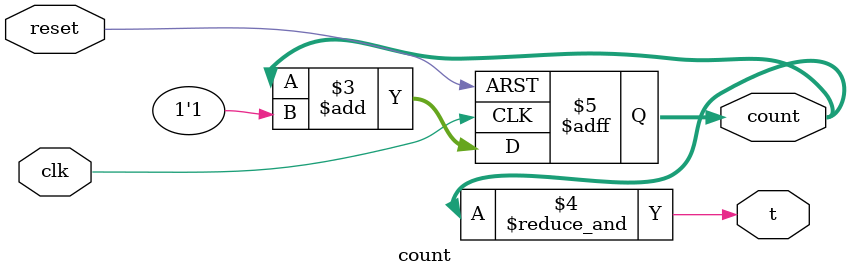
<source format=sv>

module count(clk,reset,count,t);
input clk,reset;
output reg [3:0]count;
output t;

always @(posedge clk, negedge reset)
begin
	if(!reset)
		count<=0;
	else
		count<=count+1'b1;
end

assign t=&count;
endmodule

</source>
